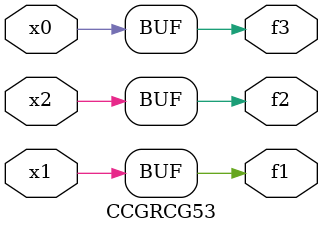
<source format=v>
module CCGRCG53(
	input x0, x1, x2,
	output f1, f2, f3
);
	assign f1 = x1;
	assign f2 = x2;
	assign f3 = x0;
endmodule

</source>
